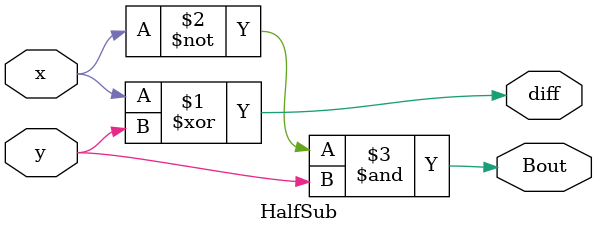
<source format=v>
`timescale 1ns / 1ps
module HalfSub(x,y,diff,Bout);
input x,y;
output diff,Bout;

assign diff = x^y;
assign Bout = ~x&y;
endmodule

</source>
